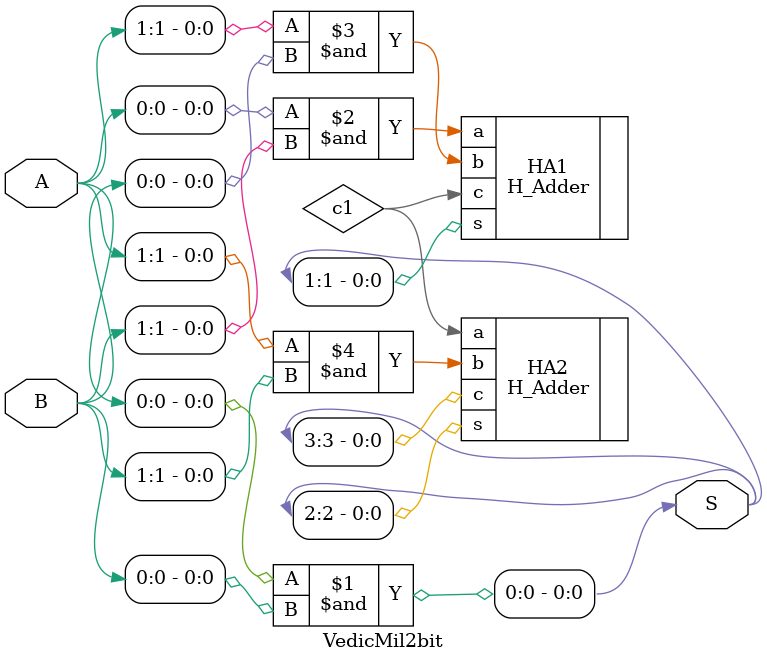
<source format=v>
`timescale 1ns / 1ps


module VedicMil2bit(
    input [1:0] A, //2 bit input
    input [1:0] B,
    output [3:0] S //4 bit Solution
    );
    wire c1;
    assign S[0] = A[0] & B[0];
    H_Adder HA1(.a(A[0] & B[1]), .b(A[1] & B[0]), .s(S[1]), .c(c1));
    H_Adder HA2(.a(c1), .b(A[1] & B[1]), .s(S[2]), .c(S[3]));
endmodule

</source>
